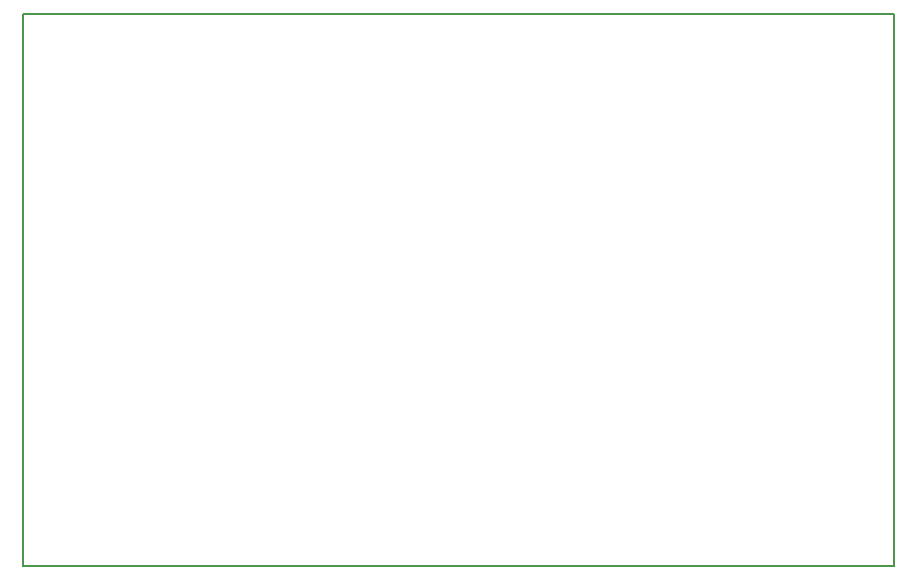
<source format=gko>
G04 Layer_Color=16711935*
%FSAX44Y44*%
%MOMM*%
G71*
G01*
G75*
%ADD53C,0.1500*%
D53*
X00326636Y00604520D02*
X01064260D01*
X00326636D02*
Y01071858D01*
X01064260D01*
Y00604520D02*
Y01071858D01*
M02*

</source>
